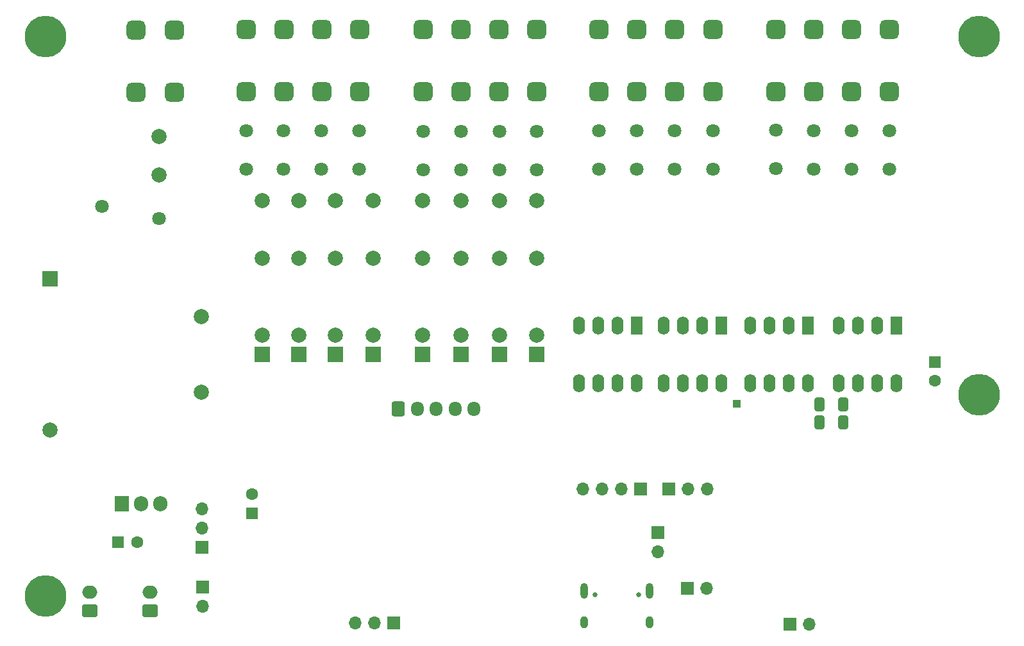
<source format=gbr>
%TF.GenerationSoftware,KiCad,Pcbnew,8.0.4*%
%TF.CreationDate,2024-08-10T01:10:40+02:00*%
%TF.ProjectId,hamodule,68616d6f-6475-46c6-952e-6b696361645f,20240807.23.8*%
%TF.SameCoordinates,Original*%
%TF.FileFunction,Soldermask,Bot*%
%TF.FilePolarity,Negative*%
%FSLAX46Y46*%
G04 Gerber Fmt 4.6, Leading zero omitted, Abs format (unit mm)*
G04 Created by KiCad (PCBNEW 8.0.4) date 2024-08-10 01:10:40*
%MOMM*%
%LPD*%
G01*
G04 APERTURE LIST*
G04 Aperture macros list*
%AMRoundRect*
0 Rectangle with rounded corners*
0 $1 Rounding radius*
0 $2 $3 $4 $5 $6 $7 $8 $9 X,Y pos of 4 corners*
0 Add a 4 corners polygon primitive as box body*
4,1,4,$2,$3,$4,$5,$6,$7,$8,$9,$2,$3,0*
0 Add four circle primitives for the rounded corners*
1,1,$1+$1,$2,$3*
1,1,$1+$1,$4,$5*
1,1,$1+$1,$6,$7*
1,1,$1+$1,$8,$9*
0 Add four rect primitives between the rounded corners*
20,1,$1+$1,$2,$3,$4,$5,0*
20,1,$1+$1,$4,$5,$6,$7,0*
20,1,$1+$1,$6,$7,$8,$9,0*
20,1,$1+$1,$8,$9,$2,$3,0*%
G04 Aperture macros list end*
%ADD10R,1.700000X1.700000*%
%ADD11O,1.700000X1.700000*%
%ADD12C,1.800000*%
%ADD13RoundRect,0.250000X0.750000X-0.600000X0.750000X0.600000X-0.750000X0.600000X-0.750000X-0.600000X0*%
%ADD14O,2.000000X1.700000*%
%ADD15R,2.000000X2.000000*%
%ADD16C,2.000000*%
%ADD17R,1.905000X2.000000*%
%ADD18O,1.905000X2.000000*%
%ADD19RoundRect,0.625000X0.625000X0.625000X-0.625000X0.625000X-0.625000X-0.625000X0.625000X-0.625000X0*%
%ADD20C,5.500000*%
%ADD21R,1.600000X2.400000*%
%ADD22O,1.600000X2.400000*%
%ADD23R,1.600000X1.600000*%
%ADD24C,1.600000*%
%ADD25R,1.000000X1.000000*%
%ADD26C,0.650000*%
%ADD27O,1.000000X2.100000*%
%ADD28O,1.000000X1.600000*%
%ADD29RoundRect,0.250000X-0.600000X-0.725000X0.600000X-0.725000X0.600000X0.725000X-0.600000X0.725000X0*%
%ADD30O,1.700000X1.950000*%
%ADD31RoundRect,0.250000X0.412500X0.650000X-0.412500X0.650000X-0.412500X-0.650000X0.412500X-0.650000X0*%
G04 APERTURE END LIST*
D10*
%TO.C,J7*%
X23876500Y6731000D03*
D11*
X23876500Y4191000D03*
%TD*%
D12*
%TO.C,RV1*%
X10626400Y57005330D03*
X18126400Y55372000D03*
%TD*%
D13*
%TO.C,J1*%
X16963300Y3568700D03*
D14*
X16963300Y6068700D03*
%TD*%
D15*
%TO.C,PS1*%
X3780000Y47421800D03*
D16*
X3780000Y27421800D03*
X23780000Y32421800D03*
X23780000Y42421800D03*
%TD*%
D17*
%TO.C,U1*%
X13242700Y17729200D03*
D18*
X15782700Y17729200D03*
X18322700Y17729200D03*
%TD*%
D19*
%TO.C,J9*%
X44691800Y72136000D03*
X44691800Y80335999D03*
X39691800Y72136000D03*
X39691800Y80335999D03*
X34691800Y72136000D03*
X34691800Y80335999D03*
X29691800Y72136000D03*
X29691800Y80335999D03*
%TD*%
%TO.C,J2*%
X20144000Y72112401D03*
X20144000Y80312400D03*
X15144000Y72112401D03*
X15144000Y80312400D03*
%TD*%
%TO.C,J12*%
X91264000Y72140201D03*
X91264000Y80340200D03*
X86264000Y72140201D03*
X86264000Y80340200D03*
X81264000Y72140201D03*
X81264000Y80340200D03*
X76264000Y72140201D03*
X76264000Y80340200D03*
%TD*%
D16*
%TO.C,F1*%
X18161000Y66243200D03*
X18151000Y61163200D03*
%TD*%
D20*
%TO.C,H2*%
X3124000Y79468400D03*
%TD*%
%TO.C,H1*%
X126424000Y79468400D03*
%TD*%
D21*
%TO.C,U3*%
X115513178Y41232282D03*
D22*
X112973178Y41232282D03*
X110433178Y41232282D03*
X107893178Y41232282D03*
X107893178Y33612282D03*
X110433178Y33612282D03*
X112973178Y33612282D03*
X115513178Y33612282D03*
%TD*%
D21*
%TO.C,U5*%
X81205300Y41228800D03*
D22*
X78665300Y41228800D03*
X76125300Y41228800D03*
X73585300Y41228800D03*
X73585300Y33608800D03*
X76125300Y33608800D03*
X78665300Y33608800D03*
X81205300Y33608800D03*
%TD*%
D21*
%TO.C,U6*%
X92381300Y41228800D03*
D22*
X89841300Y41228800D03*
X87301300Y41228800D03*
X84761300Y41228800D03*
X84761300Y33608800D03*
X87301300Y33608800D03*
X89841300Y33608800D03*
X92381300Y33608800D03*
%TD*%
D13*
%TO.C,J6*%
X9038500Y3568700D03*
D14*
X9038500Y6068700D03*
%TD*%
D10*
%TO.C,J10*%
X101429402Y1808701D03*
D11*
X103969402Y1808701D03*
%TD*%
D23*
%TO.C,C32*%
X120624000Y36468400D03*
D24*
X120624000Y33968400D03*
%TD*%
D10*
%TO.C,J13*%
X81724000Y19668400D03*
D11*
X79184000Y19668400D03*
X76644000Y19668400D03*
X74104000Y19668400D03*
%TD*%
D19*
%TO.C,J14*%
X114621702Y72140201D03*
X114621702Y80340200D03*
X109621702Y72140201D03*
X109621702Y80340200D03*
X104621702Y72140201D03*
X104621702Y80340200D03*
X99621702Y72140201D03*
X99621702Y80340200D03*
%TD*%
%TO.C,J15*%
X68059800Y72136000D03*
X68059800Y80335999D03*
X63059800Y72136000D03*
X63059800Y80335999D03*
X58059800Y72136000D03*
X58059800Y80335999D03*
X53059800Y72136000D03*
X53059800Y80335999D03*
%TD*%
D12*
%TO.C,F15*%
X58026800Y61849000D03*
X58026800Y66929000D03*
%TD*%
D15*
%TO.C,K5*%
X52911000Y37424500D03*
D16*
X52911000Y39964500D03*
X52911000Y50124500D03*
X52911000Y57744500D03*
%TD*%
D10*
%TO.C,J5*%
X85424000Y19668400D03*
D11*
X87964000Y19668400D03*
X90504000Y19668400D03*
%TD*%
D12*
%TO.C,F7*%
X81228000Y61952500D03*
X81228000Y67032500D03*
%TD*%
D23*
%TO.C,C26*%
X30424000Y16486020D03*
D24*
X30424000Y18986020D03*
%TD*%
D15*
%TO.C,K6*%
X57991000Y37424500D03*
D16*
X57991000Y39964500D03*
X57991000Y50124500D03*
X57991000Y57744500D03*
%TD*%
D12*
%TO.C,F9*%
X91286400Y61952500D03*
X91286400Y67032500D03*
%TD*%
D10*
%TO.C,J4*%
X84039402Y13923701D03*
D11*
X84039402Y11383701D03*
%TD*%
D12*
%TO.C,F11*%
X109626400Y61950600D03*
X109626400Y67030600D03*
%TD*%
D10*
%TO.C,J3*%
X87929800Y6578600D03*
D11*
X90469800Y6578600D03*
%TD*%
D25*
%TO.C,TP1*%
X94424000Y30968400D03*
%TD*%
D12*
%TO.C,F12*%
X104621800Y61950600D03*
X104621800Y67030600D03*
%TD*%
%TO.C,F5*%
X44532300Y61935500D03*
X44532300Y67015500D03*
%TD*%
D21*
%TO.C,U8*%
X103829178Y41232282D03*
D22*
X101289178Y41232282D03*
X98749178Y41232282D03*
X96209178Y41232282D03*
X96209178Y33612282D03*
X98749178Y33612282D03*
X101289178Y33612282D03*
X103829178Y33612282D03*
%TD*%
D10*
%TO.C,J16*%
X49116800Y1966700D03*
D11*
X46576800Y1966700D03*
X44036800Y1966700D03*
%TD*%
D12*
%TO.C,F14*%
X53073800Y61849000D03*
X53073800Y66929000D03*
%TD*%
D26*
%TO.C,J11*%
X75715402Y5692801D03*
X81495402Y5692801D03*
D27*
X74285402Y6222801D03*
D28*
X74285402Y2042801D03*
D27*
X82925402Y6222801D03*
D28*
X82925402Y2042801D03*
%TD*%
D29*
%TO.C,J8*%
X49762400Y30243000D03*
D30*
X52262400Y30243000D03*
X54762400Y30243000D03*
X57262400Y30243000D03*
X59762400Y30243000D03*
%TD*%
D10*
%TO.C,SW3*%
X23847200Y11938000D03*
D11*
X23847200Y14478000D03*
X23847200Y17018000D03*
%TD*%
D12*
%TO.C,F10*%
X114604800Y61950600D03*
X114604800Y67030600D03*
%TD*%
%TO.C,F8*%
X86257200Y61952500D03*
X86257200Y67032500D03*
%TD*%
%TO.C,F16*%
X63106800Y61849000D03*
X63106800Y66929000D03*
%TD*%
D15*
%TO.C,K1*%
X31818300Y37424500D03*
D16*
X31818300Y39964500D03*
X31818300Y50124500D03*
X31818300Y57744500D03*
%TD*%
D15*
%TO.C,K2*%
X36644300Y37424500D03*
D16*
X36644300Y39964500D03*
X36644300Y50124500D03*
X36644300Y57744500D03*
%TD*%
D12*
%TO.C,F3*%
X34612300Y61935500D03*
X34612300Y67015500D03*
%TD*%
D15*
%TO.C,K4*%
X46423300Y37424500D03*
D16*
X46423300Y39964500D03*
X46423300Y50124500D03*
X46423300Y57744500D03*
%TD*%
D15*
%TO.C,K7*%
X63071000Y37424500D03*
D16*
X63071000Y39964500D03*
X63071000Y50124500D03*
X63071000Y57744500D03*
%TD*%
D15*
%TO.C,K8*%
X68024000Y37424500D03*
D16*
X68024000Y39964500D03*
X68024000Y50124500D03*
X68024000Y57744500D03*
%TD*%
D15*
%TO.C,K3*%
X41470300Y37424500D03*
D16*
X41470300Y39964500D03*
X41470300Y50124500D03*
X41470300Y57744500D03*
%TD*%
D20*
%TO.C,H4*%
X126424000Y32080200D03*
%TD*%
D23*
%TO.C,C8*%
X12734700Y12649200D03*
D24*
X15234700Y12649200D03*
%TD*%
D12*
%TO.C,F13*%
X99621800Y61980000D03*
X99621800Y67060000D03*
%TD*%
%TO.C,F6*%
X76249600Y61952500D03*
X76249600Y67032500D03*
%TD*%
%TO.C,F17*%
X68059800Y61849000D03*
X68059800Y66929000D03*
%TD*%
%TO.C,F2*%
X29659300Y61935500D03*
X29659300Y67015500D03*
%TD*%
D20*
%TO.C,H3*%
X3124000Y5568400D03*
%TD*%
D12*
%TO.C,F4*%
X39532300Y61935500D03*
X39532300Y67015500D03*
%TD*%
D31*
%TO.C,C2*%
X108449000Y30868400D03*
X105324000Y30868400D03*
%TD*%
%TO.C,C31*%
X108449000Y28468400D03*
X105324000Y28468400D03*
%TD*%
M02*

</source>
